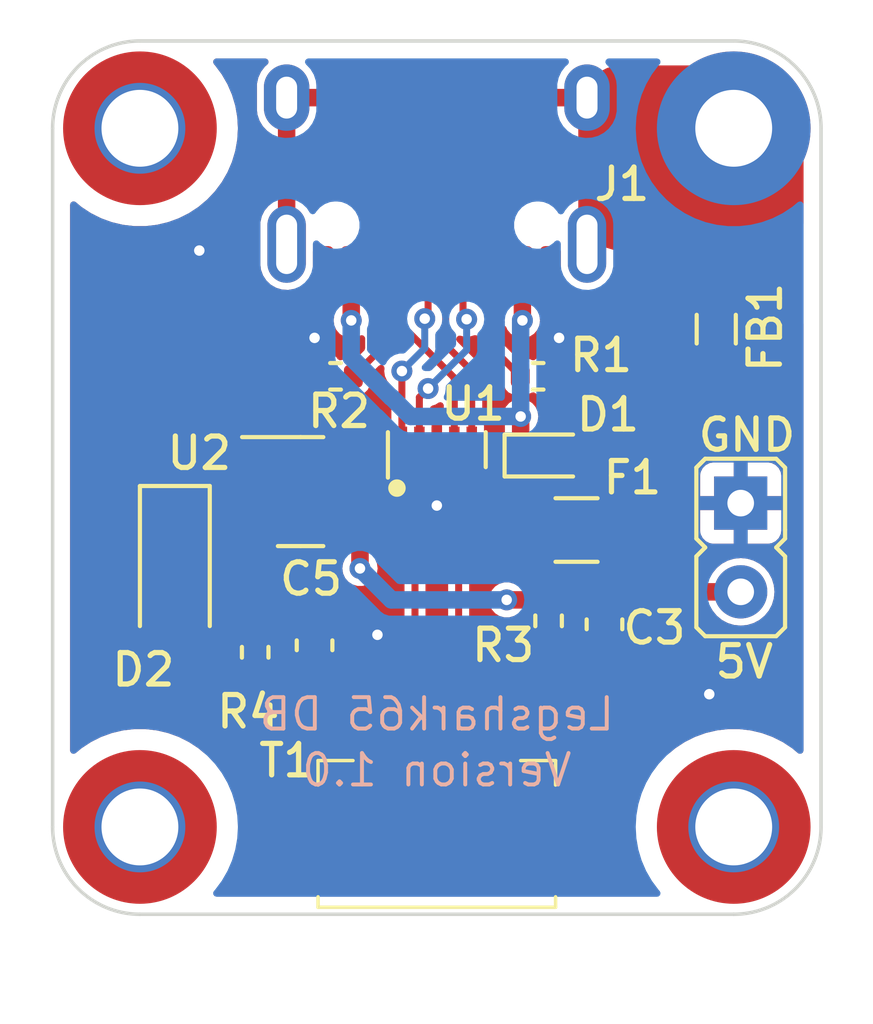
<source format=kicad_pcb>
(kicad_pcb (version 20221018) (generator pcbnew)
  (layers (0 "F.Cu" signal) (31 "B.Cu" signal) (34 "B.Paste" user) (35 "F.Paste" user) (36 "B.SilkS" user "B.Silkscreen") (37 "F.SilkS" user "F.Silkscreen") (38 "B.Mask" user) (39 "F.Mask" user) (44 "Edge.Cuts" user))
  (net 0 "")
  (net 1 "5V")
  (net 2 "GND")
  (net 3 "GNDPWR")
  (net 4 "Net-(J1-CC1)")
  (net 6 "Net-(J1-CC2)")
  (net 8 "3V3")
  (net 9 "VBUS")
  (net 10 "D+")
  (net 11 "D-")
  (footprint "Resistor_SMD:R_0402_1005Metric" (layer "F.Cu") (at 97.1 87.6 180)
    (fp_text reference "R2" (at -0.1 -1 180) (layer "F.SilkS") (effects (font (size 0.9 0.9))))
    (fp_text value "5.1k")
    (fp_line (start -0.153641 -0.38) (end 0.153641 -0.38) (stroke (width 0.12)) (layer "F.SilkS"))
    (fp_line (start -0.153641 0.38) (end 0.153641 0.38) (stroke (width 0.12)) (layer "F.SilkS"))
    (pad "1" smd roundrect (at -0.51 0 180) (size 0.54 0.64) (layers "F.Cu" "F.Paste" "F.Mask") (net 6 "Net-(J1-CC2)"))
    (pad "2" smd roundrect (at 0.51 0 180) (size 0.54 0.64) (layers "F.Cu" "F.Paste" "F.Mask") (net 2 "GND"))
  )
  (footprint "Capacitor_SMD:C_0603_1608Metric" (layer "F.Cu") (at 104.8 94.7 -90)
    (fp_text reference "C3" (at 0.1 -1.43) (layer "F.SilkS") (effects (font (size 0.9 0.9))))
    (fp_text value "1uF ")
    (fp_line (start -0.14058 -0.51) (end 0.14058 -0.51) (stroke (width 0.12)) (layer "F.SilkS"))
    (fp_line (start -0.14058 0.51) (end 0.14058 0.51) (stroke (width 0.12)) (layer "F.SilkS"))
    (pad "1" smd roundrect (at -0.775 0 270) (size 0.9 0.95) (layers "F.Cu" "F.Paste" "F.Mask") (net 1 "5V"))
    (pad "2" smd roundrect (at 0.775 0 270) (size 0.9 0.95) (layers "F.Cu" "F.Paste" "F.Mask") (net 2 "GND"))
  )
  (footprint "MountingHole:MountingHole_2.2mm_M2_Pad_TopOnly" (layer "F.Cu") (at 91.5 80.5)
    (fp_text reference "MH1" hide)
    (fp_text value "Mount-M2")
    (pad "1" thru_hole circle (at 0 0) (size 2.6 2.6) (drill 2.2) (layers "*.Cu" "F.Mask") (clearance 1.5))
    (pad "1" connect circle (at 0 0) (size 4.4 4.4) (layers "F.Cu" "F.Mask"))
  )
  (footprint "Diode_SMD:D_SOD-523" (layer "F.Cu") (at 103.2 89.867195)
    (fp_text reference "D1" (at 1.7 -1.167195) (layer "F.SilkS") (effects (font (size 0.9 0.9))))
    (fp_text value "ESD5Z5V0")
    (fp_line (start -1.26 -0.6) (end -1.26 0.6) (stroke (width 0.12)) (layer "F.SilkS"))
    (fp_line (start 0.7 -0.6) (end -1.26 -0.6) (stroke (width 0.12)) (layer "F.SilkS"))
    (fp_line (start 0.7 0.6) (end -1.26 0.6) (stroke (width 0.12)) (layer "F.SilkS"))
    (pad "1" smd roundrect (at -0.7 0 180) (size 0.6 0.7) (layers "F.Cu" "F.Paste" "F.Mask") (net 9 "VBUS"))
    (pad "2" smd roundrect (at 0.7 0 180) (size 0.6 0.7) (layers "F.Cu" "F.Paste" "F.Mask") (net 2 "GND"))
  )
  (footprint "MountingHole:MountingHole_2.2mm_M2_Pad_TopOnly" (layer "F.Cu") (at 91.5 100.5)
    (fp_text reference "MH3" hide)
    (fp_text value "Mount-M2")
    (pad "1" thru_hole circle (at 0 0) (size 2.6 2.6) (drill 2.2) (layers "*.Cu" "F.Mask") (clearance 1.5))
    (pad "1" connect circle (at 0 0) (size 4.4 4.4) (layers "F.Cu" "F.Mask"))
  )
  (footprint "MountingHole:MountingHole_2.2mm_M2_Pad_TopOnly" (layer "F.Cu") (at 108.5 100.5)
    (fp_text reference "MH4" hide)
    (fp_text value "Mount-M2")
    (pad "1" thru_hole circle (at 0 0) (size 2.6 2.6) (drill 2.2) (layers "*.Cu" "F.Mask") (clearance 1.5))
    (pad "1" connect circle (at 0 0) (size 4.4 4.4) (layers "F.Cu" "F.Mask"))
  )
  (footprint "acheron_Connectors:TYPE-C-31-M-12" (layer "F.Cu") (at 100 85.3225 180)
    (fp_text reference "J1" (at -5.3 3.2225) (layer "F.SilkS") (effects (font (size 0.9 0.9))))
    (fp_text value "TYPE-C-31-M-12")
    (pad "" np_thru_hole circle (at -2.89 2.051 180) (size 0.65 0.65) (drill 0.65) (layers "*.Cu" "*.Mask"))
    (pad "" np_thru_hole circle (at 2.89 2.051 180) (size 0.65 0.65) (drill 0.65) (layers "*.Cu" "*.Mask"))
    (pad "A1" smd roundrect (at -3.25 0.725 180) (size 0.6 1.45) (layers "F.Cu" "F.Paste" "F.Mask") (net 2 "GND"))
    (pad "A4" smd roundrect (at -2.45 0.725 180) (size 0.6 1.45) (layers "F.Cu" "F.Paste" "F.Mask") (net 9 "VBUS"))
    (pad "A5" smd roundrect (at -1.25 0.725 180) (size 0.3 1.45) (layers "F.Cu" "F.Paste" "F.Mask") (net 4 "Net-(J1-CC1)"))
    (pad "A6" smd roundrect (at -0.254 0.725 180) (size 0.3 1.45) (layers "F.Cu" "F.Paste" "F.Mask") (net 10 "D+"))
    (pad "A7" smd roundrect (at 0.25 0.725 180) (size 0.3 1.45) (layers "F.Cu" "F.Paste" "F.Mask") (net 11 "D-"))
    (pad "A8" smd roundrect (at 1.25 0.725 180) (size 0.3 1.45) (layers "F.Cu" "F.Paste" "F.Mask"))
    (pad "B1" smd roundrect (at 3.25 0.725 180) (size 0.6 1.45) (layers "F.Cu" "F.Paste" "F.Mask") (net 2 "GND"))
    (pad "B4" smd roundrect (at 2.45 0.725 180) (size 0.6 1.45) (layers "F.Cu" "F.Paste" "F.Mask") (net 9 "VBUS"))
    (pad "B5" smd roundrect (at 1.75 0.725 180) (size 0.3 1.45) (layers "F.Cu" "F.Paste" "F.Mask") (net 6 "Net-(J1-CC2)"))
    (pad "B6" smd roundrect (at 0.75 0.725 180) (size 0.3 1.45) (layers "F.Cu" "F.Paste" "F.Mask") (net 10 "D+"))
    (pad "B7" smd roundrect (at -0.75 0.725 180) (size 0.3 1.45) (layers "F.Cu" "F.Paste" "F.Mask") (net 11 "D-"))
    (pad "B8" smd roundrect (at -1.75 0.725 180) (size 0.3 1.45) (layers "F.Cu" "F.Paste" "F.Mask"))
    (pad "S" thru_hole oval (at -4.3 1.5 180) (size 1.1 2.2) (drill oval 0.6 1.7) (layers "*.Cu" "*.Mask") (net 3 "GNDPWR"))
    (pad "S" thru_hole oval (at -4.3 5.7 180) (size 1.3 1.9) (drill oval 0.6 1.2) (layers "*.Cu" "*.Mask") (net 3 "GNDPWR"))
    (pad "S" thru_hole oval (at 4.3 1.5 180) (size 1.1 2.2) (drill oval 0.6 1.7) (layers "*.Cu" "*.Mask") (net 3 "GNDPWR"))
    (pad "S" thru_hole oval (at 4.3 5.7 180) (size 1.3 1.9) (drill oval 0.6 1.2) (layers "*.Cu" "*.Mask") (net 3 "GNDPWR"))
  )
  (footprint "Legshark:Legshark_Small_Mask" (layer "F.Cu") (at 92.2 86.6 -10)
    (fp_text reference "H1" hide)
    (fp_text value "LegSharkLogo" hide)
    (fp_poly (pts (xy 1.662226 -0.710513) (xy 1.664235 -0.710293) (xy 1.666197 -0.709955) (xy 1.668105 -0.709503) (xy 1.669958 -0.708942) (xy 1.671751 -0.708277) (xy 1.673481 -0.707513) (xy 1.675144 -0.706654) (xy 1.676736 -0.705705) (xy 1.678255 -0.704671) (xy 1.679696 -0.703557) (xy 1.681055 -0.702367) (xy 1.68233 -0.701107) (xy 1.683517 -0.699781) (xy 1.684611 -0.698394) (xy 1.68561 -0.69695) (xy 1.68651 -0.695455) (xy 1.687306 -0.693913) (xy 1.687997 -0.69233) (xy 1.688577 -0.690709) (xy 1.689044 -0.689056) (xy 1.689393 -0.687375) (xy 1.689621 -0.685671) (xy 1.689725 -0.68395) (xy 1.689701 -0.682215) (xy 1.689546 -0.680472) (xy 1.689255 -0.678726) (xy 1.688825 -0.67698) (xy 1.688252 -0.675241) (xy 1.687534 -0.673512) (xy 1.686666 -0.671799) (xy 1.686666 -0.671915) (xy 1.638262 -0.616852) (xy 1.587276 -0.553468) (xy 1.526895 -0.471022) (xy 1.495164 -0.423785) (xy 1.463464 -0.373145) (xy 1.432588 -0.319553) (xy 1.40333 -0.263466) (xy 1.376482 -0.205335) (xy 1.352837 -0.145615) (xy 1.33319 -0.08476) (xy 1.318333 -0.023223) (xy 1.313021 0.007853) (xy 1.309204 0.039316) (xy 1.306795 0.071075) (xy 1.305707 0.103041) (xy 1.305852 0.135123) (xy 1.307144 0.167232) (xy 1.309497 0.199278) (xy 1.312822 0.231169) (xy 1.317033 0.262818) (xy 1.322043 0.294132) (xy 1.334112 0.355399) (xy 1.348334 0.414251) (xy 1.364013 0.469967) (xy 1.380452 0.521826) (xy 1.396957 0.569109) (xy 1.412831 0.611093) (xy 1.42738 0.64706) (xy 1.449715 0.698058) (xy 1.458397 0.716338) (xy 1.4587 0.718254) (xy 1.458855 0.720138) (xy 1.458866 0.721986) (xy 1.458737 0.723794) (xy 1.458475 0.725559) (xy 1.458084 0.727278) (xy 1.457568 0.728947) (xy 1.456933 0.730563) (xy 1.456185 0.732122) (xy 1.455327 0.73362) (xy 1.454365 0.735055) (xy 1.453304 0.736423) (xy 1.452148 0.73772) (xy 1.450904 0.738943) (xy 1.449575 0.740088) (xy 1.448167 0.741153) (xy 1.446684 0.742133) (xy 1.445133 0.743025) (xy 1.443517 0.743825) (xy 1.441842 0.744531) (xy 1.440112 0.745139) (xy 1.438333 0.745645) (xy 1.43651 0.746046) (xy 1.434647 0.746338) (xy 1.43275 0.746518) (xy 1.430823 0.746583) (xy 1.428872 0.746528) (xy 1.426902 0.746351) (xy 1.424916 0.746049) (xy 1.422922 0.745616) (xy 1.420923 0.745051) (xy 1.418924 0.74435) (xy 1.354652 0.716473) (xy 1.293597 0.684116) (xy 1.235983 0.647556) (xy 1.182031 0.60707) (xy 1.131964 0.562934) (xy 1.086005 0.515426) (xy 1.044375 0.46482) (xy 1.007299 0.411395) (xy 0.974997 0.355426) (xy 0.947692 0.29719) (xy 0.935983 0.267309) (xy 0.925607 0.236964) (xy 0.916592 0.206191) (xy 0.908965 0.175025) (xy 0.902754 0.143499) (xy 0.897987 0.111648) (xy 0.894692 0.079507) (xy 0.892896 0.04711) (xy 0.892628 0.014492) (xy 0.893916 -0.018312) (xy 0.896786 -0.051268) (xy 0.901267 -0.084341) (xy 0.907363 -0.117344) (xy 0.91497 -0.149727) (xy 0.92405 -0.181465) (xy 0.934565 -0.212534) (xy 0.946477 -0.242908) (xy 0.959748 -0.272564) (xy 0.974341 -0.301477) (xy 0.990217 -0.329621) (xy 1.00734 -0.356973) (xy 1.025671 -0.383507) (xy 1.045172 -0.409199) (xy 1.065806 -0.434025) (xy 1.110319 -0.480977) (xy 1.158909 -0.524168) (xy 1.211272 -0.563398) (xy 1.267107 -0.598472) (xy 1.326111 -0.629191) (xy 1.387981 -0.65536) (xy 1.452415 -0.67678) (xy 1.51911 -0.693254) (xy 1.587764 -0.704585) (xy 1.658074 -0.710577) (xy 1.660171 -0.710609)) (fill solid) (layer "F.Cu"))
    (fp_poly (pts (xy 0.26432 -1.714314) (xy 0.266571 -1.714061) (xy 0.268757 -1.713642) (xy 0.270874 -1.713064) (xy 0.272917 -1.712334) (xy 0.274882 -1.71146) (xy 0.276765 -1.710449) (xy 0.278563 -1.709308) (xy 0.280272 -1.708045) (xy 0.281886 -1.706668) (xy 0.283403 -1.705183) (xy 0.284819 -1.703598) (xy 0.286129 -1.70192) (xy 0.287329 -1.700157) (xy 0.288415 -1.698316) (xy 0.289384 -1.696405) (xy 0.290231 -1.69443) (xy 0.290952 -1.6924) (xy 0.291544 -1.690321) (xy 0.292002 -1.688201) (xy 0.292322 -1.686048) (xy 0.292501 -1.683868) (xy 0.292533 -1.681669) (xy 0.292417 -1.679459) (xy 0.292146 -1.677245) (xy 0.291718 -1.675033) (xy 0.291127 -1.672833) (xy 0.290372 -1.67065) (xy 0.289446 -1.668493) (xy 0.288347 -1.666369) (xy 0.28707 -1.664284) (xy 0.27776 -1.649681) (xy 0.26831 -1.633583) (xy 0.258963 -1.616078) (xy 0.249961 -1.597256) (xy 0.241547 -1.577206) (xy 0.233964 -1.556017) (xy 0.227455 -1.533777) (xy 0.222261 -1.510576) (xy 0.218626 -1.486502) (xy 0.216792 -1.461646) (xy 0.217002 -1.436095) (xy 0.21795 -1.423087) (xy 0.219499 -1.409939) (xy 0.221681 -1.396662) (xy 0.224525 -1.383267) (xy 0.228062 -1.369765) (xy 0.232323 -1.356168) (xy 0.237337 -1.342486) (xy 0.243135 -1.328731) (xy 0.249747 -1.314913) (xy 0.257204 -1.301044) (xy 0.257541 -1.300475) (xy 0.257858 -1.299896) (xy 0.258155 -1.299309) (xy 0.258435 -1.298715) (xy 0.258698 -1.298115) (xy 0.258946 -1.297512) (xy 0.259181 -1.296906) (xy 0.259404 -1.296298) (xy 0.29545 -1.286704) (xy 0.331252 -1.275661) (xy 0.402007 -1.2494) (xy 0.471443 -1.217859) (xy 0.539333 -1.181384) (xy 0.60545 -1.140319) (xy 0.669567 -1.09501) (xy 0.731457 -1.0458) (xy 0.790894 -0.993034) (xy 0.84765 -0.937058) (xy 0.9015 -0.878215) (xy 0.952214 -0.816851) (xy 0.999568 -0.75331) (xy 1.043334 -0.687938) (xy 1.083285 -0.621078) (xy 1.119194 -0.553076) (xy 1.150835 -0.484275) (xy 1.15095 -0.484275) (xy 1.130115 0.261536) (xy 1.110655 0.299865) (xy 1.089165 0.336434) (xy 1.065697 0.371273) (xy 1.040305 0.404412) (xy 1.013041 0.435883) (xy 0.98396 0.465714) (xy 0.953113 0.493937) (xy 0.920554 0.520582) (xy 0.886336 0.545679) (xy 0.850513 0.569259) (xy 0.813136 0.591351) (xy 0.77426 0.611987) (xy 0.733936 0.631196) (xy 0.69222 0.64901) (xy 0.649162 0.665458) (xy 0.604818 0.68057) (xy 0.595199 0.735906) (xy 0.586456 0.791103) (xy 0.571433 0.899839) (xy 0.559422 1.0043) (xy 0.550094 1.102006) (xy 0.543121 1.190476) (xy 0.538175 1.267232) (xy 0.533049 1.37568) (xy 0.532955 1.377383) (xy 0.532783 1.379062) (xy 0.532535 1.380714) (xy 0.532212 1.382339) (xy 0.531817 1.383933) (xy 0.531351 1.385495) (xy 0.530816 1.387023) (xy 0.530215 1.388516) (xy 0.529549 1.389971) (xy 0.528819 1.391385) (xy 0.528029 1.392759) (xy 0.527179 1.394088) (xy 0.526272 1.395372) (xy 0.525309 1.396609) (xy 0.524293 1.397796) (xy 0.523225 1.398932) (xy 0.522107 1.400015) (xy 0.520941 1.401042) (xy 0.519729 1.402013) (xy 0.518473 1.402924) (xy 0.517174 1.403774) (xy 0.515835 1.404562) (xy 0.514458 1.405285) (xy 0.513044 1.405941) (xy 0.511595 1.406528) (xy 0.510113 1.407045) (xy 0.5086 1.407489) (xy 0.507058 1.407858) (xy 0.505489 1.408152) (xy 0.503895 1.408367) (xy 0.502277 1.408502) (xy 0.500638 1.408554) (xy 0.411161 1.415572) (xy 0.317857 1.419933) (xy 0.20866 1.42094) (xy 0.151964 1.419267) (xy 0.09593 1.415653) (xy 0.042103 1.409731) (xy -0.007971 1.401132) (xy -0.052747 1.389488) (xy -0.072665 1.382411) (xy -0.09068 1.374434) (xy -0.106597 1.365512) (xy -0.120225 1.3556) (xy -0.131368 1.344651) (xy -0.139836 1.332619) (xy -0.143886 1.324038) (xy -0.146398 1.315568) (xy -0.147435 1.307209) (xy -0.147059 1.298959) (xy -0.145333 1.290815) (xy -0.142319 1.282777) (xy -0.138081 1.274842) (xy -0.132681 1.267009) (xy -0.126181 1.259276) (xy -0.118644 1.251641) (xy -0.100711 1.236657) (xy -0.079383 1.222046) (xy -0.055161 1.207791) (xy -0.028546 1.19388) (xy -0.000039 1.180298) (xy 0.060645 1.154064) (xy 0.182658 1.104928) (xy 0.185653 1.103649) (xy 0.18859 1.102282) (xy 0.191449 1.10082) (xy 0.194212 1.099256) (xy 0.196858 1.097584) (xy 0.199368 1.095796) (xy 0.201721 1.093887) (xy 0.203899 1.091848) (xy 0.204916 1.090778) (xy 0.205882 1.089674) (xy 0.206794 1.088534) (xy 0.20765 1.087357) (xy 0.208447 1.086143) (xy 0.209183 1.084891) (xy 0.209855 1.0836) (xy 0.210461 1.082269) (xy 0.210999 1.080898) (xy 0.211466 1.079485) (xy 0.211859 1.078029) (xy 0.212177 1.07653) (xy 0.212416 1.074988) (xy 0.212574 1.0734) (xy 0.212649 1.071766) (xy 0.212639 1.070086) (xy 0.212064 1.03788) (xy 0.212382 1.003149) (xy 0.21353 0.966136) (xy 0.215446 0.927085) (xy 0.218067 0.886237) (xy 0.221331 0.843837) (xy 0.229539 0.755348) (xy 0.198619 0.758328) (xy 0.16742 0.76094) (xy 0.135959 0.763194) (xy 0.104249 0.7651) (xy 0.040144 0.767914) (xy -0.024775 0.76947) (xy -0.056571 0.830568) (xy -0.088929 0.888809) (xy -0.121585 0.944142) (xy -0.154278 0.996511) (xy -0.186743 1.045864) (xy -0.218718 1.092148) (xy -0.24994 1.135309) (xy -0.280145 1.175293) (xy -0.309072 1.212048) (xy -0.336456 1.245519) (xy -0.362035 1.275653) (xy -0.385546 1.302398) (xy -0.425311 1.345503) (xy -0.453648 1.374406) (xy -0.455524 1.37612) (xy -0.457497 1.377655) (xy -0.459559 1.379011) (xy -0.461697 1.380185) (xy -0.463901 1.381178) (xy -0.466162 1.381986) (xy -0.468468 1.382609) (xy -0.470809 1.383045) (xy -0.473174 1.383292) (xy -0.475553 1.383349) (xy -0.477936 1.383215) (xy -0.480312 1.382888) (xy -0.48267 1.382365) (xy -0.484999 1.381647) (xy -0.48729 1.380731) (xy -0.489532 1.379615) (xy -0.535177 1.35692) (xy -0.602379 1.324718) (xy -0.682517 1.284616) (xy -0.724742 1.262105) (xy -0.766969 1.23822) (xy -0.808118 1.213164) (xy -0.847112 1.187136) (xy -0.882874 1.160338) (xy -0.899205 1.146713) (xy -0.914325 1.13297) (xy -0.928098 1.119135) (xy -0.940388 1.105233) (xy -0.951063 1.091289) (xy -0.959986 1.077328) (xy -0.967023 1.063375) (xy -0.97204 1.049455) (xy -0.974901 1.035594) (xy -0.975473 1.021816) (xy -0.974387 1.012404) (xy -0.972055 1.003831) (xy -0.968531 0.996068) (xy -0.96387 0.989083) (xy -0.958125 0.982845) (xy -0.951352 0.977324) (xy -0.943604 0.972489) (xy -0.934935 0.968308) (xy -0.9254 0.964752) (xy -0.915053 0.961788) (xy -0.892139 0.957518) (xy -0.866628 0.955249) (xy -0.838954 0.954736) (xy -0.80955 0.955731) (xy -0.77885 0.957988) (xy -0.7153 0.965299) (xy -0.591744 0.984196) (xy -0.589251 0.984556) (xy -0.586766 0.984848) (xy -0.584297 0.98506) (xy -0.581849 0.985181) (xy -0.579429 0.9852) (xy -0.577043 0.985105) (xy -0.574697 0.984885) (xy -0.572398 0.984528) (xy -0.570152 0.984024) (xy -0.567966 0.98336) (xy -0.566896 0.982965) (xy -0.565844 0.982526) (xy -0.56481 0.982041) (xy -0.563795 0.98151) (xy -0.562799 0.98093) (xy -0.561823 0.9803) (xy -0.560868 0.979619) (xy -0.559936 0.978886) (xy -0.559025 0.978099) (xy -0.558139 0.977256) (xy -0.557276 0.976356) (xy -0.556439 0.975398) (xy -0.546983 0.963606) (xy -0.537842 0.951379) (xy -0.52901 0.938738) (xy -0.520482 0.925707) (xy -0.512253 0.912305) (xy -0.504316 0.898553) (xy -0.496667 0.884475) (xy -0.489301 0.87009) (xy -0.482211 0.85542) (xy -0.475392 0.840487) (xy -0.462547 0.809915) (xy -0.450722 0.778546) (xy -0.439873 0.746551) (xy -0.515092 0.733918) (xy -0.588883 0.7173) (xy -0.660949 0.696775) (xy -0.730994 0.672422) (xy -0.79872 0.644318) (xy -0.863832 0.612543) (xy -0.926031 0.577175) (xy -0.955946 0.558168) (xy -0.985022 0.538292) (xy -1.013222 0.517557) (xy -1.040508 0.495974) (xy -1.066844 0.47355) (xy -1.092192 0.450297) (xy -1.116516 0.426225) (xy -1.139778 0.401342) (xy -1.16194 0.375659) (xy -1.182967 0.349186) (xy -1.202821 0.321933) (xy -1.221465 0.293908) (xy -1.238862 0.265123) (xy -1.254974 0.235587) (xy -1.269765 0.20531) (xy -1.283197 0.174301) (xy -1.295234 0.14257) (xy -1.305838 0.110128) (xy -1.264871 0.127623) (xy -1.223193 0.146338) (xy -1.181265 0.165948) (xy -1.139552 0.18613) (xy -1.058619 0.226913) (xy -0.984096 0.266094) (xy -0.919688 0.30108) (xy -0.869097 0.32928) (xy -0.82418 0.35495) (xy -0.816309 0.358192) (xy -0.812832 0.35952) (xy -0.809328 0.360664) (xy -0.805802 0.361626) (xy -0.80226 0.362407) (xy -0.798708 0.363009) (xy -0.795151 0.363434) (xy -0.791595 0.363685) (xy -0.788045 0.363762) (xy -0.784506 0.363669) (xy -0.780985 0.363407) (xy -0.777487 0.362978) (xy -0.774017 0.362383) (xy -0.77058 0.361626) (xy -0.767183 0.360707) (xy -0.763831 0.359629) (xy -0.760529 0.358394) (xy -0.757284 0.357004) (xy -0.7541 0.35546) (xy -0.750982 0.353765) (xy -0.747938 0.35192) (xy -0.744971 0.349928) (xy -0.742088 0.34779) (xy -0.739294 0.345508) (xy -0.736595 0.343085) (xy -0.733996 0.340523) (xy -0.731503 0.337822) (xy -0.729121 0.334986) (xy -0.726856 0.332015) (xy -0.724714 0.328913) (xy -0.722699 0.325681) (xy -0.720817 0.322321) (xy -0.719075 0.318835) (xy -0.64939 0.171131) (xy -0.434548 0.459014) (xy -0.432088 0.462234) (xy -0.429487 0.465255) (xy -0.426753 0.468078) (xy -0.423897 0.470703) (xy -0.420926 0.473133) (xy -0.417849 0.475367) (xy -0.414675 0.477408) (xy -0.411412 0.479257) (xy -0.408069 0.480914) (xy -0.404654 0.482381) (xy -0.401177 0.483659) (xy -0.397646 0.48475) (xy -0.394069 0.485654) (xy -0.390456 0.486372) (xy -0.386814 0.486907) (xy -0.383153 0.487258) (xy -0.380437 0.487393) (xy -0.377717 0.487428) (xy -0.374996 0.487364) (xy -0.372278 0.487202) (xy -0.369567 0.486941) (xy -0.366866 0.486581) (xy -0.364178 0.486124) (xy -0.361507 0.485569) (xy -0.358856 0.484917) (xy -0.356229 0.484168) (xy -0.35363 0.483321) (xy -0.351061 0.482379) (xy -0.348526 0.48134) (xy -0.346029 0.480206) (xy -0.343574 0.478976) (xy -0.341163 0.477651) (xy -0.3388 0.47623) (xy -0.336489 0.474716) (xy -0.334233 0.473106) (xy -0.332035 0.471403) (xy -0.3299 0.469606) (xy -0.32783 0.467715) (xy -0.325829 0.465732) (xy -0.323901 0.463655) (xy -0.322048 0.461486) (xy -0.320275 0.459225) (xy -0.318585 0.456871) (xy -0.316982 0.454426) (xy -0.315468 0.451889) (xy -0.314048 0.449262) (xy -0.312724 0.446543) (xy -0.311501 0.443734) (xy -0.228272 0.254243) (xy -0.163681 0.107234) (xy 0.006479 0.29823) (xy 0.065283 0.364326) (xy 0.067482 0.366873) (xy 0.069019 0.368585) (xy 0.070612 0.370206) (xy 0.072257 0.371737) (xy 0.073952 0.373178) (xy 0.075693 0.374528) (xy 0.077479 0.37579) (xy 0.079305 0.376963) (xy 0.08117 0.378049) (xy 0.085002 0.379956) (xy 0.088953 0.381517) (xy 0.092998 0.382735) (xy 0.097115 0.383614) (xy 0.101281 0.384158) (xy 0.105473 0.384371) (xy 0.109668 0.384256) (xy 0.113842 0.383818) (xy 0.117973 0.383061) (xy 0.122037 0.381988) (xy 0.126012 0.380604) (xy 0.129874 0.378911) (xy 0.131874 0.377872) (xy 0.133836 0.376752) (xy 0.135755 0.375549) (xy 0.137628 0.374265) (xy 0.139452 0.372898) (xy 0.141222 0.37145) (xy 0.142936 0.369919) (xy 0.14459 0.368305) (xy 0.146179 0.366609) (xy 0.147702 0.36483) (xy 0.149154 0.362967) (xy 0.150531 0.361022) (xy 0.15183 0.358993) (xy 0.153048 0.35688) (xy 0.154181 0.354684) (xy 0.155224 0.352403) (xy 0.43813 -0.089666) (xy 0.440361 -0.09587) (xy 0.441932 -0.101925) (xy 0.442876 -0.107817) (xy 0.443224 -0.11353) (xy 0.44301 -0.119048) (xy 0.442265 -0.124355) (xy 0.441023 -0.129435) (xy 0.439315 -0.134273) (xy 0.437174 -0.138853) (xy 0.434633 -0.14316) (xy 0.431724 -0.147177) (xy 0.428479 -0.15089) (xy 0.424932 -0.154281) (xy 0.421113 -0.157336) (xy 0.417057 -0.160039) (xy 0.412794 -0.162374) (xy 0.408359 -0.164326) (xy 0.403782 -0.165878) (xy 0.399097 -0.167016) (xy 0.394337 -0.167722) (xy 0.389532 -0.167983) (xy 0.384717 -0.167781) (xy 0.379923 -0.167101) (xy 0.375183 -0.165928) (xy 0.370529 -0.164246) (xy 0.365994 -0.162039) (xy 0.36161 -0.159291) (xy 0.35741 -0.155987) (xy 0.353426 -0.152111) (xy 0.349691 -0.147647) (xy 0.346236 -0.14258) (xy 0.343095 -0.136894) (xy 0.096305 0.220211) (xy -0.126176 -0.089781) (xy -0.12953 -0.094238) (xy -0.133113 -0.098344) (xy -0.136905 -0.102101) (xy -0.14089 -0.105511) (xy -0.145049 -0.108577) (xy -0.149365 -0.111302) (xy -0.153818 -0.113688) (xy -0.158393 -0.115738) (xy -0.163069 -0.117453) (xy -0.16783 -0.118838) (xy -0.172658 -0.119893) (xy -0.177534 -0.120622) (xy -0.18244 -0.121028) (xy -0.18736 -0.121112) (xy -0.192273 -0.120877) (xy -0.197163 -0.120326) (xy -0.202012 -0.119462) (xy -0.206802 -0.118286) (xy -0.211514 -0.116802) (xy -0.216131 -0.115011) (xy -0.220635 -0.112917) (xy -0.225007 -0.110522) (xy -0.22923 -0.107828) (xy -0.233286 -0.104839) (xy -0.237157 -0.101555) (xy -0.240825 -0.097981) (xy -0.244271 -0.094118) (xy -0.247479 -0.08997) (xy -0.250429 -0.085538) (xy -0.253105 -0.080825) (xy -0.255487 -0.075833) (xy -0.257559 -0.070566) (xy -0.393571 0.261073) (xy -0.600194 -0.038618) (xy -0.603548 -0.043304) (xy -0.607151 -0.047642) (xy -0.610985 -0.051633) (xy -0.615031 -0.055278) (xy -0.61927 -0.058579) (xy -0.623684 -0.061538) (xy -0.628253 -0.064157) (xy -0.63296 -0.066437) (xy -0.637786 -0.06838) (xy -0.642712 -0.069988) (xy -0.647719 -0.071263) (xy -0.652789 -0.072205) (xy -0.657903 -0.072818) (xy -0.663042 -0.073102) (xy -0.668188 -0.07306) (xy -0.673323 -0.072693) (xy -0.678426 -0.072003) (xy -0.683481 -0.070991) (xy -0.688468 -0.069659) (xy -0.693368 -0.06801) (xy -0.698163 -0.066044) (xy -0.702835 -0.063763) (xy -0.707364 -0.06117) (xy -0.711732 -0.058265) (xy -0.71592 -0.055051) (xy -0.71991 -0.051529) (xy -0.723682 -0.047702) (xy -0.727219 -0.043569) (xy -0.730502 -0.039135) (xy -0.733512 -0.034399) (xy -0.73623 -0.029365) (xy -0.738637 -0.024032) (xy -0.820129 0.164996) (xy -0.839608 0.15204) (xy -0.865619 0.136548) (xy -0.932824 0.099109) (xy -1.01291 0.054997) (xy -1.097044 0.006527) (xy -1.137869 -0.018618) (xy -1.176393 -0.043983) (xy -1.211512 -0.069279) (xy -1.242122 -0.094217) (xy -1.255391 -0.10646) (xy -1.267119 -0.118505) (xy -1.277167 -0.130316) (xy -1.285398 -0.141856) (xy -1.291674 -0.153089) (xy -1.295856 -0.163979) (xy -1.297807 -0.17449) (xy -1.297388 -0.184585) (xy -1.275544 -0.296398) (xy -1.248328 -0.402905) (xy -1.218252 -0.496386) (xy -0.648699 -0.496386) (xy -0.648395 -0.484457) (xy -0.647454 -0.472701) (xy -0.645892 -0.461132) (xy -0.643727 -0.449768) (xy -0.640975 -0.438625) (xy -0.637653 -0.427721) (xy -0.633779 -0.417072) (xy -0.62937 -0.406696) (xy -0.624441 -0.396607) (xy -0.619011 -0.386825) (xy -0.613096 -0.377365) (xy -0.606713 -0.368244) (xy -0.59988 -0.359479) (xy -0.592613 -0.351086) (xy -0.584929 -0.343083) (xy -0.576845 -0.335486) (xy -0.568378 -0.328313) (xy -0.559546 -0.321579) (xy -0.550364 -0.315302) (xy -0.540851 -0.309498) (xy -0.531023 -0.304185) (xy -0.520896 -0.299378) (xy -0.510489 -0.295095) (xy -0.499818 -0.291353) (xy -0.4889 -0.288168) (xy -0.477751 -0.285558) (xy -0.46639 -0.283538) (xy -0.454832 -0.282126) (xy -0.443096 -0.281338) (xy -0.431197 -0.281192) (xy -0.419153 -0.281704) (xy -0.409221 -0.282631) (xy -0.399421 -0.284014) (xy -0.389764 -0.285844) (xy -0.380261 -0.288108) (xy -0.370922 -0.290797) (xy -0.36176 -0.293898) (xy -0.352783 -0.297401) (xy -0.344004 -0.301295) (xy -0.335433 -0.305569) (xy -0.327081 -0.310212) (xy -0.318959 -0.315212) (xy -0.311077 -0.32056) (xy -0.303446 -0.326242) (xy -0.296078 -0.33225) (xy -0.288983 -0.338571) (xy -0.282171 -0.345195) (xy -0.275654 -0.352111) (xy -0.269443 -0.359307) (xy -0.263548 -0.366773) (xy -0.257981 -0.374498) (xy -0.252751 -0.38247) (xy -0.247871 -0.390678) (xy -0.243349 -0.399113) (xy -0.239199 -0.407761) (xy -0.23543 -0.416613) (xy -0.232053 -0.425658) (xy -0.229079 -0.434884) (xy -0.226519 -0.44428) (xy -0.224383 -0.453836) (xy -0.222683 -0.46354) (xy -0.221429 -0.473381) (xy -0.220633 -0.483349) (xy -0.220282 -0.495432) (xy -0.220586 -0.50736) (xy -0.221527 -0.519117) (xy -0.223089 -0.530686) (xy -0.225254 -0.54205) (xy -0.228006 -0.553192) (xy -0.231328 -0.564096) (xy -0.235202 -0.574745) (xy -0.239612 -0.585122) (xy -0.24454 -0.59521) (xy -0.24997 -0.604993) (xy -0.255885 -0.614453) (xy -0.262268 -0.623574) (xy -0.269101 -0.632339) (xy -0.276368 -0.640732) (xy -0.284052 -0.648735) (xy -0.292136 -0.656331) (xy -0.300603 -0.663505) (xy -0.309435 -0.670239) (xy -0.318617 -0.676516) (xy -0.32813 -0.68232) (xy -0.337958 -0.687633) (xy -0.348085 -0.69244) (xy -0.358492 -0.696722) (xy -0.369163 -0.700465) (xy -0.380081 -0.703649) (xy -0.39123 -0.70626) (xy -0.402591 -0.70828) (xy -0.414149 -0.709692) (xy -0.425885 -0.710479) (xy -0.437784 -0.710626) (xy -0.449828 -0.710114) (xy -0.45976 -0.709187) (xy -0.46956 -0.707803) (xy -0.479217 -0.705974) (xy -0.48872 -0.703709) (xy -0.498059 -0.701021) (xy -0.507221 -0.69792) (xy -0.516198 -0.694416) (xy -0.524977 -0.690522) (xy -0.533548 -0.686248) (xy -0.5419 -0.681606) (xy -0.550022 -0.676605) (xy -0.557904 -0.671258) (xy -0.565535 -0.665575) (xy -0.572903 -0.659568) (xy -0.579998 -0.653246) (xy -0.58681 -0.646622) (xy -0.593327 -0.639706) (xy -0.599538 -0.63251) (xy -0.605433 -0.625044) (xy -0.611 -0.61732) (xy -0.61623 -0.609348) (xy -0.621111 -0.601139) (xy -0.625632 -0.592705) (xy -0.629782 -0.584057) (xy -0.633551 -0.575204) (xy -0.636928 -0.56616) (xy -0.639902 -0.556934) (xy -0.642463 -0.547538) (xy -0.644598 -0.537982) (xy -0.646298 -0.528278) (xy -0.647552 -0.518436) (xy -0.648348 -0.508468) (xy -0.648699 -0.496386) (xy -1.218252 -0.496386) (xy -1.215789 -0.504041) (xy -1.177972 -0.599745) (xy -1.157099 -0.64554) (xy -1.134924 -0.689954) (xy -1.111453 -0.732978) (xy -1.086693 -0.774605) (xy -1.060647 -0.814826) (xy -1.033324 -0.853635) (xy -1.004728 -0.891022) (xy -0.974865 -0.926981) (xy -0.943741 -0.961504) (xy -0.911362 -0.994582) (xy -0.877734 -1.026208) (xy -0.842863 -1.056373) (xy -0.806755 -1.085071) (xy -0.769414 -1.112293) (xy -0.730848 -1.138032) (xy -0.691062 -1.162279) (xy -0.650062 -1.185027) (xy -0.607854 -1.206268) (xy -0.564443 -1.225993) (xy -0.519836 -1.244196) (xy -0.474038 -1.260868) (xy -0.427055 -1.276002) (xy -0.378893 -1.28959) (xy -0.329559 -1.301623) (xy -0.307062 -1.349446) (xy -0.291578 -1.377605) (xy -0.273016 -1.407807) (xy -0.251183 -1.43946) (xy -0.225887 -1.471973) (xy -0.196939 -1.504755) (xy -0.164144 -1.537214) (xy -0.127313 -1.568758) (xy -0.086253 -1.598797) (xy -0.064078 -1.613067) (xy -0.040773 -1.626739) (xy -0.016316 -1.639739) (xy 0.009319 -1.651992) (xy 0.036154 -1.663426) (xy 0.064214 -1.673965) (xy 0.093522 -1.683537) (xy 0.124104 -1.692067) (xy 0.155982 -1.699481) (xy 0.189181 -1.705706) (xy 0.223724 -1.710667) (xy 0.259636 -1.71429) (xy 0.262006 -1.714393)) (fill solid) (layer "F.Cu"))
  )
  (footprint "Resistor_SMD:R_0402_1005Metric" (layer "F.Cu") (at 102.9 87.6)
    (fp_text reference "R1" (at 1.8 -0.6) (layer "F.SilkS") (effects (font (size 0.9 0.9))))
    (fp_text value "5.1k")
    (fp_line (start -0.153641 -0.38) (end 0.153641 -0.38) (stroke (width 0.12)) (layer "F.SilkS"))
    (fp_line (start -0.153641 0.38) (end 0.153641 0.38) (stroke (width 0.12)) (layer "F.SilkS"))
    (pad "1" smd roundrect (at -0.51 0) (size 0.54 0.64) (layers "F.Cu" "F.Paste" "F.Mask") (net 4 "Net-(J1-CC1)"))
    (pad "2" smd roundrect (at 0.51 0) (size 0.54 0.64) (layers "F.Cu" "F.Paste" "F.Mask") (net 2 "GND"))
  )
  (footprint "Diode_SMD:D_SOD-123" (layer "F.Cu") (at 92.5 93.1 -90)
    (fp_text reference "D2" (at 2.9 0.9 -180) (layer "F.SilkS") (effects (font (size 0.9 0.9))))
    (fp_text value "B5819W-SL")
    (fp_line (start -2.36 -1) (end -2.36 1) (stroke (width 0.12)) (layer "F.SilkS"))
    (fp_line (start -2.36 -1) (end 1.65 -1) (stroke (width 0.12)) (layer "F.SilkS"))
    (fp_line (start -2.36 1) (end 1.65 1) (stroke (width 0.12)) (layer "F.SilkS"))
    (pad "1" smd roundrect (at -1.65 0 270) (size 0.9 1.2) (layers "F.Cu" "F.Paste" "F.Mask") (net 1 "5V"))
    (pad "2" smd roundrect (at 1.65 0 270) (size 0.9 1.2) (layers "F.Cu" "F.Paste" "F.Mask") (net 8 "3V3"))
  )
  (footprint "acheron_Connectors:PinHeader_1x2_P2.54mm_Vertical" (layer "F.Cu") (at 108.7 92.5)
    (fp_text reference "J2" hide)
    (fp_text value "Conn_01x02" hide)
    (fp_line (start -1.27 -2.286) (end -1.016 -2.54) (stroke (width 0.12)) (layer "F.SilkS"))
    (fp_line (start -1.27 -2.286) (end -1.016 -2.54) (stroke (width 0.12)) (layer "F.SilkS"))
    (fp_line (start -1.27 -0.254) (end -1.27 -2.286) (stroke (width 0.12)) (layer "F.SilkS"))
    (fp_line (start -1.27 0.254) (end -1.016 0) (stroke (width 0.12)) (layer "F.SilkS"))
    (fp_line (start -1.27 2.286) (end -1.27 0.254) (stroke (width 0.12)) (layer "F.SilkS"))
    (fp_line (start -1.016 0) (end -1.27 -0.254) (stroke (width 0.12)) (layer "F.SilkS"))
    (fp_line (start -1.016 2.54) (end -1.27 2.286) (stroke (width 0.12)) (layer "F.SilkS"))
    (fp_line (start 1.016 -2.54) (end -1.016 -2.54) (stroke (width 0.12)) (layer "F.SilkS"))
    (fp_line (start 1.016 0) (end 1.27 0.254) (stroke (width 0.12)) (layer "F.SilkS"))
    (fp_line (start 1.016 2.54) (end -1.016 2.54) (stroke (width 0.12)) (layer "F.SilkS"))
    (fp_line (start 1.27 -2.286) (end 1.016 -2.54) (stroke (width 0.12)) (layer "F.SilkS"))
    (fp_line (start 1.27 -2.286) (end 1.27 -0.508) (stroke (width 0.12)) (layer "F.SilkS"))
    (fp_line (start 1.27 -0.508) (end 1.27 -0.254) (stroke (width 0.12)) (layer "F.SilkS"))
    (fp_line (start 1.27 -0.254) (end 1.016 0) (stroke (width 0.12)) (layer "F.SilkS"))
    (fp_line (start 1.27 0.254) (end 1.27 2.286) (stroke (width 0.12)) (layer "F.SilkS"))
    (fp_line (start 1.27 2.286) (end 1.016 2.54) (stroke (width 0.12)) (layer "F.SilkS"))
    (pad "1" thru_hole rect (at 0 -1.27) (size 1.524 1.524) (drill 0.762) (layers "*.Cu" "F.Mask") (net 2 "GND"))
    (pad "2" thru_hole oval (at 0 1.27) (size 1.524 1.524) (drill 0.762) (layers "*.Cu" "F.Mask") (net 1 "5V"))
  )
  (footprint "Resistor_SMD:R_0402_1005Metric" (layer "F.Cu") (at 103.2 94.6 90)
    (fp_text reference "R3" (at -0.7 -1.3 180) (layer "F.SilkS") (effects (font (size 0.9 0.9))))
    (fp_text value "100k")
    (fp_line (start -0.153641 -0.38) (end 0.153641 -0.38) (stroke (width 0.12)) (layer "F.SilkS"))
    (fp_line (start -0.153641 0.38) (end 0.153641 0.38) (stroke (width 0.12)) (layer "F.SilkS"))
    (pad "1" smd roundrect (at -0.51 0 90) (size 0.54 0.64) (layers "F.Cu" "F.Paste" "F.Mask") (net 2 "GND"))
    (pad "2" smd roundrect (at 0.51 0 90) (size 0.54 0.64) (layers "F.Cu" "F.Paste" "F.Mask") (net 1 "5V"))
  )
  (footprint "Package_TO_SOT_SMD:SOT-23" (layer "F.Cu") (at 96.1 90.9)
    (fp_text reference "U2" (at -2.9 -1.1) (layer "F.SilkS") (effects (font (size 0.9 0.9))))
    (fp_text value "MCP1700T-3302E/TT")
    (fp_line (start 0 -1.56) (end -1.675 -1.56) (stroke (width 0.12)) (layer "F.SilkS"))
    (fp_line (start 0 -1.56) (end 0.65 -1.56) (stroke (width 0.12)) (layer "F.SilkS"))
    (fp_line (start 0 1.56) (end -0.65 1.56) (stroke (width 0.12)) (layer "F.SilkS"))
    (fp_line (start 0 1.56) (end 0.65 1.56) (stroke (width 0.12)) (layer "F.SilkS"))
    (pad "1" smd roundrect (at -0.9375 -0.95) (size 1.475 0.6) (layers "F.Cu" "F.Paste" "F.Mask") (net 2 "GND"))
    (pad "2" smd roundrect (at -0.9375 0.95) (size 1.475 0.6) (layers "F.Cu" "F.Paste" "F.Mask") (net 8 "3V3"))
    (pad "3" smd roundrect (at 0.9375 0) (size 1.475 0.6) (layers "F.Cu" "F.Paste" "F.Mask") (net 1 "5V"))
  )
  (footprint "Resistor_SMD:R_0402_1005Metric" (layer "F.Cu") (at 94.8 95.5 -90)
    (fp_text reference "R4" (at 1.7 0.2 -180) (layer "F.SilkS") (effects (font (size 0.9 0.9))))
    (fp_text value "100k")
    (fp_line (start -0.153641 -0.38) (end 0.153641 -0.38) (stroke (width 0.12)) (layer "F.SilkS"))
    (fp_line (start -0.153641 0.38) (end 0.153641 0.38) (stroke (width 0.12)) (layer "F.SilkS"))
    (pad "1" smd roundrect (at -0.51 0 270) (size 0.54 0.64) (layers "F.Cu" "F.Paste" "F.Mask") (net 2 "GND"))
    (pad "2" smd roundrect (at 0.51 0 270) (size 0.54 0.64) (layers "F.Cu" "F.Paste" "F.Mask") (net 8 "3V3"))
  )
  (footprint "Fuse:Fuse_1206_3216Metric" (layer "F.Cu") (at 104 92)
    (fp_text reference "F1" (at 1.6 -1.5) (layer "F.SilkS") (effects (font (size 0.9 0.9))))
    (fp_text value "SMD0805-050-16V")
    (fp_line (start -0.602064 -0.91) (end 0.602064 -0.91) (stroke (width 0.12)) (layer "F.SilkS"))
    (fp_line (start -0.602064 0.91) (end 0.602064 0.91) (stroke (width 0.12)) (layer "F.SilkS"))
    (pad "1" smd roundrect (at -1.4 0) (size 1.25 1.75) (layers "F.Cu" "F.Paste" "F.Mask") (roundrect_rratio 0.2) (net 9 "VBUS"))
    (pad "2" smd roundrect (at 1.4 0) (size 1.25 1.75) (layers "F.Cu" "F.Paste" "F.Mask") (roundrect_rratio 0.2) (net 1 "5V"))
  )
  (footprint "Legshark:Molex, PicoBlade, 53261, 4 Way, 1 Row, Right Angle PCB Header" (layer "F.Cu") (at 100 98.8)
    (fp_text reference "T1" (at -4.3 -0.2 unlocked) (layer "F.SilkS") (effects (font (size 0.9 0.9))))
    (fp_text value "53261-0471")
    (fp_line (start -3.4 -0.2) (end -3.4 0.5) (stroke (width 0.1)) (layer "F.SilkS"))
    (fp_line (start -3.4 -0.2) (end -2.4 -0.2) (stroke (width 0.1)) (layer "F.SilkS"))
    (fp_line (start -3.4 4) (end -3.4 3.7) (stroke (width 0.1)) (layer "F.SilkS"))
    (fp_line (start -3.4 4) (end 3.4 4) (stroke (width 0.1)) (layer "F.SilkS"))
    (fp_line (start 2.4 -0.2) (end 3.4 -0.2) (stroke (width 0.1)) (layer "F.SilkS"))
    (fp_line (start 3.4 -0.2) (end 3.4 0.5) (stroke (width 0.1)) (layer "F.SilkS"))
    (fp_line (start 3.4 4) (end 3.4 3.7) (stroke (width 0.1)) (layer "F.SilkS"))
    (pad "" smd rect (at -4.425 2.1 90) (size 3 2.1) (layers "F.Cu" "F.Paste" "F.Mask"))
    (pad "" smd rect (at 4.425 2.1 90) (size 3 2.1) (layers "F.Cu" "F.Paste" "F.Mask"))
    (pad "1" smd rect (at -1.875 -0.8 90) (size 1.6 0.8) (layers "F.Cu" "F.Paste" "F.Mask") (net 8 "3V3"))
    (pad "2" smd rect (at -0.625 -0.8 90) (size 1.6 0.8) (layers "F.Cu" "F.Paste" "F.Mask") (net 11 "D-"))
    (pad "3" smd rect (at 0.625 -0.8 90) (size 1.6 0.8) (layers "F.Cu" "F.Paste" "F.Mask") (net 10 "D+"))
    (pad "4" smd rect (at 1.875 -0.8 90) (size 1.6 0.8) (layers "F.Cu" "F.Paste" "F.Mask") (net 2 "GND"))
  )
  (footprint "MountingHole:MountingHole_2.2mm_M2_Pad_TopBottom" (layer "F.Cu") (at 108.5 80.5)
    (fp_text reference "MH2" hide)
    (fp_text value "Mount-M2")
    (pad "1" thru_hole circle (at 0 0) (size 2.6 2.6) (drill 2.2) (layers "*.Cu" "*.Mask") (net 3 "GNDPWR") (clearance 1.5))
    (pad "1" connect circle (at 0 0) (size 4.4 4.4) (layers "F.Cu" "F.Mask") (net 3 "GNDPWR"))
    (pad "1" connect circle (at 0 0) (size 4.4 4.4) (layers "B.Cu" "B.Mask") (net 3 "GNDPWR"))
  )
  (footprint "Inductor_SMD:L_0805_2012Metric_Pad1.05x1.20mm_HandSolder" (layer "F.Cu") (at 108 86.25 -90)
    (fp_text reference "FB1" (at -0.05 -1.4 -90) (layer "F.SilkS") (effects (font (size 0.9 0.9))))
    (fp_text value "GZ2012D601TF")
    (fp_line (start -0.410242 -0.56) (end 0.410242 -0.56) (stroke (width 0.12)) (layer "F.SilkS"))
    (fp_line (start -0.410242 0.56) (end 0.410242 0.56) (stroke (width 0.12)) (layer "F.SilkS"))
    (pad "1" smd roundrect (at -1.15 0 270) (size 1.05 1.2) (layers "F.Cu" "F.Paste" "F.Mask") (roundrect_rratio 0.238095) (net 3 "GNDPWR"))
    (pad "2" smd roundrect (at 1.15 0 270) (size 1.05 1.2) (layers "F.Cu" "F.Paste" "F.Mask") (roundrect_rratio 0.238095) (net 2 "GND"))
  )
  (footprint "Package_SON:USON-10_2.5x1.0mm_P0.5mm" (layer "F.Cu") (at 100 89.7 90)
    (fp_text reference "U1" (at 1.31 1.04 180) (layer "F.SilkS") (effects (font (size 0.9 0.9))))
    (fp_text value "TPD4E05U06DQAR")
    (fp_line (start 0.5 -1.4) (end -0.8 -1.4) (stroke (width 0.12)) (layer "F.SilkS"))
    (fp_line (start 0.5 1.4) (end -0.5 1.4) (stroke (width 0.12)) (layer "F.SilkS"))
    (fp_circle (center -1.1 -1.141421) (end -0.9 -1.141421) (stroke (width 0.1)) (fill solid) (layer "F.SilkS"))
    (pad "1" smd rect (at -0.385 -1) (size 0.3 0.55) (layers "F.Cu" "F.Paste" "F.Mask") (net 11 "D-"))
    (pad "2" smd rect (at -0.385 -0.5) (size 0.3 0.55) (layers "F.Cu" "F.Paste" "F.Mask") (net 11 "D-"))
    (pad "3" smd rect (at -0.385 0) (size 0.3 0.55) (layers "F.Cu" "F.Paste" "F.Mask") (net 2 "GND"))
    (pad "4" smd rect (at -0.385 0.5) (size 0.3 0.55) (layers "F.Cu" "F.Paste" "F.Mask") (net 10 "D+"))
    (pad "5" smd rect (at -0.385 1) (size 0.3 0.55) (layers "F.Cu" "F.Paste" "F.Mask") (net 10 "D+"))
    (pad "6" smd rect (at 0.385 1) (size 0.3 0.55) (layers "F.Cu" "F.Paste" "F.Mask") (net 10 "D+"))
    (pad "7" smd rect (at 0.385 0.5) (size 0.3 0.55) (layers "F.Cu" "F.Paste" "F.Mask") (net 10 "D+"))
    (pad "8" smd rect (at 0.385 0) (size 0.3 0.55) (layers "F.Cu" "F.Paste" "F.Mask") (net 2 "GND"))
    (pad "9" smd rect (at 0.385 -0.5) (size 0.3 0.55) (layers "F.Cu" "F.Paste" "F.Mask") (net 11 "D-"))
    (pad "10" smd rect (at 0.385 -1) (size 0.3 0.55) (layers "F.Cu" "F.Paste" "F.Mask") (net 11 "D-"))
  )
  (footprint "Capacitor_SMD:C_0603_1608Metric" (layer "F.Cu") (at 96.5 95.3 90)
    (fp_text reference "C5" (at 1.9 -0.1 180) (layer "F.SilkS") (effects (font (size 0.9 0.9))))
    (fp_text value "1uF ")
    (fp_line (start -0.14058 -0.51) (end 0.14058 -0.51) (stroke (width 0.12)) (layer "F.SilkS"))
    (fp_line (start -0.14058 0.51) (end 0.14058 0.51) (stroke (width 0.12)) (layer "F.SilkS"))
    (pad "1" smd roundrect (at -0.775 0 90) (size 0.9 0.95) (layers "F.Cu" "F.Paste" "F.Mask") (net 8 "3V3"))
    (pad "2" smd roundrect (at 0.775 0 90) (size 0.9 0.95) (layers "F.Cu" "F.Paste" "F.Mask") (net 2 "GND"))
  )
  (gr_line (start 91.5 78) (end 108.5 78) (stroke (width 0.1)) (layer "Edge.Cuts"))
  (gr_arc (start 91.5 103) (mid 89.732233 102.267767) (end 89 100.5) (stroke (width 0.1)) (layer "Edge.Cuts"))
  (gr_line (start 111 80.5) (end 111 100.5) (stroke (width 0.1)) (layer "Edge.Cuts"))
  (gr_arc (start 108.5 78) (mid 110.267767 78.732233) (end 111 80.5) (stroke (width 0.1)) (layer "Edge.Cuts"))
  (gr_arc (start 89 80.5) (mid 89.732233 78.732233) (end 91.5 78) (stroke (width 0.1)) (layer "Edge.Cuts"))
  (gr_line (start 89 100.5) (end 89 80.5) (stroke (width 0.1)) (layer "Edge.Cuts"))
  (gr_line (start 108.5 103) (end 91.5 103) (stroke (width 0.1)) (layer "Edge.Cuts"))
  (gr_arc (start 111 100.5) (mid 110.267767 102.267767) (end 108.5 103) (stroke (width 0.1)) (layer "Edge.Cuts"))
  (gr_text "Legshark65 DB" (at 100 97.8) (layer "B.SilkS") (effects (font (size 0.9 0.9) (thickness 0.1125)) (justify bottom mirror)))
  (gr_text "Version 1.0" (at 100 99.4) (layer "B.SilkS") (effects (font (size 0.9 0.9) (thickness 0.1125)) (justify bottom mirror)))
  (gr_text "GND" (at 107.408765 89.808436) (layer "F.SilkS") (effects (font (size 0.9 0.9)) (justify left bottom)))
  (gr_text "5V" (at 107.887803 96.29723) (layer "F.SilkS") (effects (font (size 0.9 0.9)) (justify left bottom)))
  (segment (start 104.75 94) (end 105.4 93.35) (width 0.5) (layer "F.Cu") (net 1))
  (segment (start 97.8 91.6625) (end 97.0375 90.9) (width 0.5) (layer "F.Cu") (net 1))
  (segment (start 102 94) (end 104.75 94) (width 0.5) (layer "F.Cu") (net 1))
  (segment (start 105.4 93.35) (end 105.4 92) (width 0.5) (layer "F.Cu") (net 1))
  (segment (start 105.82 93.77) (end 105.4 93.35) (width 0.5) (layer "F.Cu") (net 1))
  (segment (start 93.05 90.9) (end 92.5 91.45) (width 0.5) (layer "F.Cu") (net 1))
  (segment (start 97.8 93.1) (end 97.8 91.6625) (width 0.5) (layer "F.Cu") (net 1))
  (segment (start 108.7 93.77) (end 105.82 93.77) (width 0.5) (layer "F.Cu") (net 1))
  (segment (start 97.0375 90.9) (end 93.05 90.9) (width 0.5) (layer "F.Cu") (net 1))
  (via (at 102 94) (size 0.6) (drill 0.3) (layers "F.Cu" "B.Cu") (net 1))
  (via (at 97.8 93.1) (size 0.6) (drill 0.3) (layers "F.Cu" "B.Cu") (net 1))
  (segment (start 102 94) (end 98.7 94) (width 0.5) (layer "B.Cu") (net 1))
  (segment (start 98.7 94) (end 97.8 93.1) (width 0.5) (layer "B.Cu") (net 1))
  (segment (start 101.875 98) (end 101.875 96.925) (width 0.4) (layer "F.Cu") (net 2))
  (segment (start 100 91.3) (end 100 89.315) (width 0.3) (layer "F.Cu") (net 2))
  (segment (start 101.875 96.925) (end 102.5 96.3) (width 0.4) (layer "F.Cu") (net 2))
  (segment (start 103.25 86.25) (end 103.25 84.5975) (width 0.5) (layer "F.Cu") (net 2))
  (segment (start 103.5 86.5) (end 103.25 86.25) (width 0.5) (layer "F.Cu") (net 2))
  (segment (start 96.75 86.25) (end 96.75 84.5975) (width 0.5) (layer "F.Cu") (net 2))
  (segment (start 96.5 86.5) (end 96.75 86.25) (width 0.5) (layer "F.Cu") (net 2))
  (via (at 93.2 84) (size 0.6) (drill 0.3) (layers "F.Cu" "B.Cu") (net 2))
  (via (at 96.5 86.5) (size 0.6) (drill 0.3) (layers "F.Cu" "B.Cu") (net 2))
  (via (at 98.3 95) (size 0.6) (drill 0.3) (layers "F.Cu" "B.Cu") (net 2))
  (via (at 103.5 86.5) (size 0.6) (drill 0.3) (layers "F.Cu" "B.Cu") (net 2))
  (via (at 100 91.3) (size 0.6) (drill 0.3) (layers "F.Cu" "B.Cu") (net 2))
  (via (at 107.8 96.7) (size 0.6) (drill 0.3) (layers "F.Cu" "B.Cu") (net 2))
  (segment (start 95.7 79.6225) (end 104.3 79.6225) (width 0.5) (layer "F.Cu") (net 3))
  (segment (start 108 84.85) (end 108 81.25) (width 1) (layer "F.Cu") (net 3))
  (segment (start 95.7 83.8225) (end 95.7 79.6225) (width 0.5) (layer "F.Cu") (net 3))
  (segment (start 108 81.25) (end 108.5 80.75) (width 1) (layer "F.Cu") (net 3))
  (segment (start 104.3 79.6225) (end 104.3 83.8225) (width 0.5) (layer "F.Cu") (net 3))
  (segment (start 101.5 86.71) (end 102.39 87.6) (width 0.2) (layer "F.Cu") (net 4))
  (segment (start 101.5 85.764039) (end 101.5 86.71) (width 0.2) (layer "F.Cu") (net 4))
  (segment (start 101.25 84.5975) (end 101.25 85.514039) (width 0.2) (layer "F.Cu") (net 4))
  (segment (start 101.25 85.514039) (end 101.5 85.764039) (width 0.2) (layer "F.Cu") (net 4))
  (segment (start 98.25 84.5975) (end 98.25 86.96) (width 0.2) (layer "F.Cu") (net 6))
  (segment (start 98.25 86.96) (end 97.61 87.6) (width 0.2) (layer "F.Cu") (net 6))
  (segment (start 94.65 91.85) (end 95.1625 91.85) (width 0.5) (layer "F.Cu") (net 8))
  (segment (start 98.125 98) (end 96.3 96.175) (width 0.5) (layer "F.Cu") (net 8))
  (segment (start 96.3 96.175) (end 93.925 96.175) (width 0.5) (layer "F.Cu") (net 8))
  (segment (start 92.5 94.75) (end 92.5 94) (width 0.5) (layer "F.Cu") (net 8))
  (segment (start 92.5 94) (end 94.65 91.85) (width 0.5) (layer "F.Cu") (net 8))
  (segment (start 93.925 96.175) (end 92.5 94.75) (width 0.5) (layer "F.Cu") (net 8))
  (segment (start 102.4 91.8) (end 102.6 92) (width 0.5) (layer "F.Cu") (net 9))
  (segment (start 102.45 86) (end 102.45 84.5975) (width 0.5) (layer "F.Cu") (net 9))
  (segment (start 97.55 86) (end 97.55 84.5975) (width 0.5) (layer "F.Cu") (net 9))
  (segment (start 102.4 88.75) (end 102.4 91.8) (width 0.5) (layer "F.Cu") (net 9))
  (via (at 97.55 86) (size 0.6) (drill 0.3) (layers "F.Cu" "B.Cu") (net 9))
  (via (at 102.4 88.75) (size 0.6) (drill 0.3) (layers "F.Cu" "B.Cu") (net 9))
  (via (at 102.45 86) (size 0.6) (drill 0.3) (layers "F.Cu" "B.Cu") (net 9))
  (segment (start 98.689339 88.2) (end 97.55 87.060661) (width 0.5) (layer "B.Cu") (net 9))
  (segment (start 102.4 88.75) (end 99.25 88.75) (width 0.5) (layer "B.Cu") (net 9))
  (segment (start 102.4 88.75) (end 102.4 86.05) (width 0.5) (layer "B.Cu") (net 9))
  (segment (start 98.7 88.2) (end 98.689339 88.2) (width 0.5) (layer "B.Cu") (net 9))
  (segment (start 102.4 86.05) (end 102.45 86) (width 0.5) (layer "B.Cu") (net 9))
  (segment (start 99.25 88.75) (end 98.7 88.2) (width 0.5) (layer "B.Cu") (net 9))
  (segment (start 97.55 87.060661) (end 97.55 86) (width 0.5) (layer "B.Cu") (net 9))
  (segment (start 99 86.144029) (end 100.5 87.644029) (width 0.2) (layer "F.Cu") (net 10))
  (segment (start 100.254 84.5975) (end 100.254 86.704) (width 0.2) (layer "F.Cu") (net 10))
  (segment (start 99.25 85.35283) (end 99 85.60283) (width 0.2) (layer "F.Cu") (net 10))
  (segment (start 100.254 86.704) (end 101 87.45) (width 0.2) (layer "F.Cu") (net 10))
  (segment (start 101.2 90.285) (end 101 90.085) (width 0.2) (layer "F.Cu") (net 10))
  (segment (start 100.625 98) (end 100.625 91.925) (width 0.2) (layer "F.Cu") (net 10))
  (segment (start 100.5 87.644029) (end 100.5 90.6) (width 0.2) (layer "F.Cu") (net 10))
  (segment (start 99 85.60283) (end 99 86.144029) (width 0.2) (layer "F.Cu") (net 10))
  (segment (start 101.2 91.35) (end 101.2 90.285) (width 0.2) (layer "F.Cu") (net 10))
  (segment (start 99.25 84.5975) (end 99.25 85.35283) (width 0.2) (layer "F.Cu") (net 10))
  (segment (start 100.825 90.925) (end 100.825 91.725) (width 0.2) (layer "F.Cu") (net 10))
  (segment (start 101 87.45) (end 101 90.085) (width 0.2) (layer "F.Cu") (net 10))
  (segment (start 100.5 90.6) (end 100.825 90.925) (width 0.2) (layer "F.Cu") (net 10))
  (segment (start 100.625 91.925) (end 101.2 91.35) (width 0.2) (layer "F.Cu") (net 10))
  (segment (start 99.375 95.4) (end 99.375 91.835) (width 0.2) (layer "F.Cu") (net 11))
  (segment (start 99.5 88.2) (end 99.5 89.315) (width 0.2) (layer "F.Cu") (net 11))
  (segment (start 98.75 90.335) (end 98.75 91.21) (width 0.2) (layer "F.Cu") (net 11))
  (segment (start 99.375 98) (end 99.375 96.2) (width 0.2) (layer "F.Cu") (net 11))
  (segment (start 99.145 91.605) (end 99.145 90.855) (width 0.2) (layer "F.Cu") (net 11))
  (segment (start 99 90.085) (end 98.75 90.335) (width 0.2) (layer "F.Cu") (net 11))
  (segment (start 99 90.085) (end 99 88.4) (width 0.2) (layer "F.Cu") (net 11))
  (segment (start 99.175 95.6) (end 99.214591 95.599039) (width 0.2) (layer "F.Cu") (net 11))
  (segment (start 99.21363 95.6) (end 99.214591 95.599039) (width 0.2) (layer "F.Cu") (net 11))
  (segment (start 99.75 84.5975) (end 99.75 85.8545) (width 0.2) (layer "F.Cu") (net 11))
  (segment (start 99.175 96) (end 99.2 96) (width 0.2) (layer "F.Cu") (net 11))
  (segment (start 99 88.4) (end 99 87.45) (width 0.2) (layer "F.Cu") (net 11))
  (segment (start 99.75 85.8545) (end 99.6545 85.95) (width 0.2) (layer "F.Cu") (net 11))
  (segment (start 99.2 95.6) (end 99.21363 95.6) (width 0.2) (layer "F.Cu") (net 11))
  (segment (start 98.75 91.21) (end 99.145 91.605) (width 0.2) (layer "F.Cu") (net 11))
  (segment (start 99.5 90.5) (end 99.5 90.085) (width 0.2) (layer "F.Cu") (net 11))
  (segment (start 100.8535 85.966068) (end 100.75 85.862568) (width 0.2) (layer "F.Cu") (net 11))
  (segment (start 99.145 90.855) (end 99.5 90.5) (width 0.2) (layer "F.Cu") (net 11))
  (segment (start 99.375 91.835) (end 99.145 91.605) (width 0.2) (layer "F.Cu") (net 11))
  (segment (start 99.5 89.315) (end 99.5 90.085) (width 0.2) (layer "F.Cu") (net 11))
  (segment (start 100.75 85.862568) (end 100.75 84.5975) (width 0.2) (layer "F.Cu") (net 11))
  (segment (start 99.75 87.95) (end 99.5 88.2) (width 0.2) (layer "F.Cu") (net 11))
  (via (at 99.75 87.95) (size 0.6) (drill 0.3) (layers "F.Cu" "B.Cu") (net 11))
  (via (at 99.6545 85.95) (size 0.6) (drill 0.3) (layers "F.Cu" "B.Cu") (net 11))
  (via (at 99 87.45) (size 0.6) (drill 0.3) (layers "F.Cu" "B.Cu") (net 11))
  (via (at 100.8535 85.966068) (size 0.6) (drill 0.3) (layers "F.Cu" "B.Cu") (net 11))
  (arc (start 99.2 96) (mid 99.058579 95.941421) (end 99 95.8) (width 0.2) (layer "F.Cu") (net 11))
  (arc (start 99 95.8) (mid 99.058579 95.658579) (end 99.2 95.6) (width 0.2) (layer "F.Cu") (net 11))
  (arc (start 99.214591 95.599039) (mid 99.331873 95.528743) (end 99.375 95.4) (width 0.2) (layer "F.Cu") (net 11))
  (arc (start 99.375 96.2) (mid 99.316421 96.058579) (end 99.175 96) (width 0.2) (layer "F.Cu") (net 11))
  (segment (start 99.6545 86.7955) (end 99 87.45) (width 0.2) (layer "B.Cu") (net 11))
  (segment (start 100.8535 86.8465) (end 99.75 87.95) (width 0.2) (layer "B.Cu") (net 11))
  (segment (start 100.8535 85.966068) (end 100.8535 86.8465) (width 0.2) (layer "B.Cu") (net 11))
  (segment (start 99.6545 85.95) (end 99.6545 86.7955) (width 0.2) (layer "B.Cu") (net 11))
  (zone (net 0) (net_name "") (layer "F.Cu") (connect_pads yes (clearance 0)) (min_thickness 0.2)
    (keepout (tracks allowed) (vias allowed) (pads allowed) (copperpour not_allowed) (footprints allowed))
    (fill (thermal_gap 0.5) (thermal_bridge_width 0.5))
    (polygon (pts (xy 95.75 78.25) (xy 95.75 84) (xy 103.5 84) (xy 103.5 86) (xy 107.002843 86.01) (xy 107.002843 87.139399) (xy 109 87.13) (xy 109 86) (xy 111 86) (xy 111 84) (xy 104.25 84) (xy 104.25 78.25)))
  )
  (zone (net 3) (net_name "GNDPWR") (layer "F.Cu") (priority 1) (connect_pads yes (clearance 0.2)) (min_thickness 0.2) (fill yes (thermal_gap 0.5) (thermal_bridge_width 0.5) (smoothing fillet) (radius 1))
    (polygon (pts (xy 104.25 78.7) (xy 108.5 78.7) (xy 110.6 80.8) (xy 110.5 84) (xy 104.25 84)))
  )
  (zone (net 0) (net_name "") (layer "F.Cu") (connect_pads yes (clearance 0)) (min_thickness 0.2)
    (keepout (tracks allowed) (vias allowed) (pads allowed) (copperpour not_allowed) (footprints allowed))
    (fill (thermal_gap 0.5) (thermal_bridge_width 0.5))
    (polygon (pts (xy 91.6 98.4) (xy 108.5 98.4) (xy 108.5 102.8) (xy 91.6 102.8)))
  )
  (zone (net 2) (net_name "GND") (layers "F&B.Cu") (connect_pads (clearance 0.2)) (min_thickness 0.2) (fill yes (thermal_gap 0.4) (thermal_bridge_width 0.4) (smoothing fillet) (radius 1))
    (polygon (pts (xy 88 77) (xy 112 77) (xy 112 104) (xy 88 104)))
  )
)
</source>
